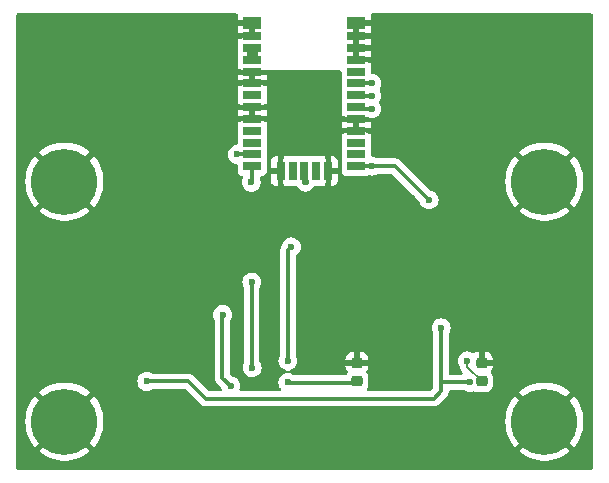
<source format=gbr>
%TF.GenerationSoftware,KiCad,Pcbnew,8.0.4+1*%
%TF.CreationDate,2024-10-18T12:55:20+00:00*%
%TF.ProjectId,TFGPSLITE01,54464750-534c-4495-9445-30312e6b6963,rev?*%
%TF.SameCoordinates,Original*%
%TF.FileFunction,Copper,L1,Top*%
%TF.FilePolarity,Positive*%
%FSLAX46Y46*%
G04 Gerber Fmt 4.6, Leading zero omitted, Abs format (unit mm)*
G04 Created by KiCad (PCBNEW 8.0.4+1) date 2024-10-18 12:55:20*
%MOMM*%
%LPD*%
G01*
G04 APERTURE LIST*
G04 Aperture macros list*
%AMRoundRect*
0 Rectangle with rounded corners*
0 $1 Rounding radius*
0 $2 $3 $4 $5 $6 $7 $8 $9 X,Y pos of 4 corners*
0 Add a 4 corners polygon primitive as box body*
4,1,4,$2,$3,$4,$5,$6,$7,$8,$9,$2,$3,0*
0 Add four circle primitives for the rounded corners*
1,1,$1+$1,$2,$3*
1,1,$1+$1,$4,$5*
1,1,$1+$1,$6,$7*
1,1,$1+$1,$8,$9*
0 Add four rect primitives between the rounded corners*
20,1,$1+$1,$2,$3,$4,$5,0*
20,1,$1+$1,$4,$5,$6,$7,0*
20,1,$1+$1,$6,$7,$8,$9,0*
20,1,$1+$1,$8,$9,$2,$3,0*%
G04 Aperture macros list end*
%TA.AperFunction,ComponentPad*%
%ADD10C,5.600000*%
%TD*%
%TA.AperFunction,SMDPad,CuDef*%
%ADD11RoundRect,0.218750X-0.256250X0.218750X-0.256250X-0.218750X0.256250X-0.218750X0.256250X0.218750X0*%
%TD*%
%TA.AperFunction,SMDPad,CuDef*%
%ADD12R,1.500000X0.700000*%
%TD*%
%TA.AperFunction,SMDPad,CuDef*%
%ADD13R,1.500000X1.000000*%
%TD*%
%TA.AperFunction,SMDPad,CuDef*%
%ADD14R,0.700000X1.500000*%
%TD*%
%TA.AperFunction,ViaPad*%
%ADD15C,0.600000*%
%TD*%
%TA.AperFunction,Conductor*%
%ADD16C,0.300000*%
%TD*%
%TA.AperFunction,Conductor*%
%ADD17C,0.200000*%
%TD*%
%TA.AperFunction,Conductor*%
%ADD18C,0.500000*%
%TD*%
G04 APERTURE END LIST*
D10*
%TO.P,M4,1*%
%TO.N,GND*%
X156340000Y-99840000D03*
%TD*%
D11*
%TO.P,D3,1,K*%
%TO.N,GND*%
X151020000Y-115182500D03*
%TO.P,D3,2,A*%
%TO.N,Net-(D3-A)*%
X151020000Y-116757500D03*
%TD*%
D12*
%TO.P,IC1,1,VCC_IO*%
%TO.N,+3V3*%
X140413500Y-98535000D03*
%TO.P,IC1,2,RESERVED_1*%
%TO.N,unconnected-(IC1-RESERVED_1-Pad2)*%
X140413500Y-97535000D03*
%TO.P,IC1,3,SDA_/_SPI_CS_N*%
%TO.N,Net-(IC1-SDA_{slash}_SPI_CS_N)*%
X140413500Y-96535000D03*
%TO.P,IC1,4,GND_1*%
%TO.N,GND*%
X140413500Y-95535000D03*
%TO.P,IC1,5,GND_2*%
X140413500Y-94535000D03*
%TO.P,IC1,6,SCL_/_SPI_CLK*%
%TO.N,Net-(IC1-SCL_{slash}_SPI_CLK)*%
X140413500Y-93535000D03*
%TO.P,IC1,7,EXTINT*%
%TO.N,/EXTINT*%
X140413500Y-92535000D03*
%TO.P,IC1,8,V_BCKP*%
%TO.N,Net-(D1-K)*%
X140413500Y-91535000D03*
%TO.P,IC1,9,VCC*%
%TO.N,+3V3*%
X140413500Y-90535000D03*
%TO.P,IC1,10,GND_3*%
%TO.N,GND*%
X140413500Y-89535000D03*
%TO.P,IC1,11,GND_4*%
X140413500Y-88535000D03*
%TO.P,IC1,12,GND_5*%
X140413500Y-87535000D03*
D13*
%TO.P,IC1,13,GND_6*%
X140413500Y-86385000D03*
%TO.P,IC1,14,GND_7*%
X131613500Y-86385000D03*
D12*
%TO.P,IC1,15,GND_8*%
X131613500Y-87535000D03*
%TO.P,IC1,16,RF_OUT*%
%TO.N,/RF*%
X131613500Y-88535000D03*
%TO.P,IC1,17,RF_IN*%
X131613500Y-89535000D03*
%TO.P,IC1,18,GND_9*%
%TO.N,GND*%
X131613500Y-90535000D03*
%TO.P,IC1,19,GND_10*%
X131613500Y-91535000D03*
%TO.P,IC1,20,D_SEL*%
%TO.N,unconnected-(IC1-D_SEL-Pad20)*%
X131613500Y-92535000D03*
%TO.P,IC1,21,GND_11*%
%TO.N,GND*%
X131613500Y-93535000D03*
%TO.P,IC1,22,GND_12*%
X131613500Y-94535000D03*
%TO.P,IC1,23,RESET_N*%
%TO.N,unconnected-(IC1-RESET_N-Pad23)*%
X131613500Y-95535000D03*
%TO.P,IC1,24,SAFEBOOT_N*%
%TO.N,unconnected-(IC1-SAFEBOOT_N-Pad24)*%
X131613500Y-96535000D03*
%TO.P,IC1,25,TXD_/_SPI_MISO*%
%TO.N,/L_UBX_TX*%
X131613500Y-97535000D03*
%TO.P,IC1,26,RXD_/_SPI_MOSI*%
%TO.N,/L_UBX_RX*%
X131613500Y-98535000D03*
D14*
%TO.P,IC1,27,GND_13*%
%TO.N,GND*%
X134013500Y-98935000D03*
%TO.P,IC1,28,RESERVED_2*%
%TO.N,unconnected-(IC1-RESERVED_2-Pad28)*%
X135013500Y-98935000D03*
%TO.P,IC1,29,TIMEPULSE*%
%TO.N,/TPL*%
X136013500Y-98935000D03*
%TO.P,IC1,30,LNA_EN*%
%TO.N,unconnected-(IC1-LNA_EN-Pad30)*%
X137013500Y-98935000D03*
%TO.P,IC1,31,GND_14*%
%TO.N,GND*%
X138013500Y-98935000D03*
%TD*%
D10*
%TO.P,M1,1*%
%TO.N,GND*%
X115700000Y-99840000D03*
%TD*%
%TO.P,M3,1*%
%TO.N,GND*%
X115700000Y-120160000D03*
%TD*%
D11*
%TO.P,D2,1,K*%
%TO.N,GND*%
X140460000Y-115182500D03*
%TO.P,D2,2,A*%
%TO.N,Net-(D2-A)*%
X140460000Y-116757500D03*
%TD*%
D10*
%TO.P,M2,1*%
%TO.N,GND*%
X156340000Y-120160000D03*
%TD*%
D15*
%TO.N,+3V3*%
X150045001Y-116837500D03*
X140413500Y-90535000D03*
X147592500Y-112230000D03*
X146565000Y-101395000D03*
X122677500Y-116760000D03*
X141750000Y-98535000D03*
%TO.N,GND*%
X127090000Y-86220000D03*
X151090000Y-89220000D03*
X115090000Y-110220000D03*
X154090000Y-95220000D03*
X121090000Y-113220000D03*
X139090000Y-113220000D03*
X112090000Y-110220000D03*
X148090000Y-92220000D03*
X121090000Y-122220000D03*
X127090000Y-95220000D03*
X139090000Y-104220000D03*
X154090000Y-107220000D03*
X121090000Y-95220000D03*
X145090000Y-86220000D03*
X112090000Y-101220000D03*
X145090000Y-92220000D03*
X127090000Y-104220000D03*
X130090000Y-122220000D03*
X151090000Y-98220000D03*
X124090000Y-92220000D03*
X127090000Y-89220000D03*
X121090000Y-104220000D03*
X136090000Y-119220000D03*
X157090000Y-92220000D03*
X148090000Y-86220000D03*
X145090000Y-89220000D03*
X148090000Y-101220000D03*
X142090000Y-110220000D03*
X112090000Y-116220000D03*
X112090000Y-107220000D03*
X148090000Y-95220000D03*
X145090000Y-116220000D03*
X124090000Y-104220000D03*
X136090000Y-122220000D03*
X154090000Y-113220000D03*
X118090000Y-86220000D03*
X136090000Y-101220000D03*
X154090000Y-116220000D03*
X160090000Y-110220000D03*
X136090000Y-107220000D03*
X127090000Y-101220000D03*
X145090000Y-104220000D03*
X148090000Y-110220000D03*
X142090000Y-104220000D03*
X151090000Y-86220000D03*
X148090000Y-104220000D03*
X139090000Y-110220000D03*
X157090000Y-113220000D03*
X160090000Y-86220000D03*
X127090000Y-122220000D03*
X118090000Y-113220000D03*
X124090000Y-113220000D03*
X136090000Y-104220000D03*
X118090000Y-95220000D03*
X124090000Y-95220000D03*
X157090000Y-86220000D03*
X129760000Y-89210000D03*
X121090000Y-92220000D03*
X160090000Y-89220000D03*
X133090000Y-107220000D03*
X124090000Y-110220000D03*
X112090000Y-104220000D03*
X139090000Y-122630000D03*
X121090000Y-107220000D03*
X124090000Y-89220000D03*
X121090000Y-98220000D03*
X136090000Y-110220000D03*
X151090000Y-113220000D03*
X115090000Y-92220000D03*
X148090000Y-107220000D03*
X118090000Y-89220000D03*
X151090000Y-104220000D03*
X160090000Y-113220000D03*
X118090000Y-92220000D03*
X145090000Y-95220000D03*
X151090000Y-107220000D03*
X130090000Y-110220000D03*
X127090000Y-92220000D03*
X118090000Y-116220000D03*
X112090000Y-89220000D03*
X157090000Y-110220000D03*
X121090000Y-89220000D03*
X139090000Y-107220000D03*
X142090000Y-86220000D03*
X157090000Y-107220000D03*
X157090000Y-104220000D03*
X121090000Y-86220000D03*
X124090000Y-101220000D03*
X115090000Y-89220000D03*
X133090000Y-101220000D03*
X127090000Y-113220000D03*
X148090000Y-89220000D03*
X115090000Y-116220000D03*
X154090000Y-110220000D03*
X160090000Y-116220000D03*
X133090000Y-104220000D03*
X160090000Y-101220000D03*
X136090000Y-113220000D03*
X133090000Y-110220000D03*
X127090000Y-107220000D03*
X151090000Y-101220000D03*
X154090000Y-92220000D03*
X124090000Y-86220000D03*
X112090000Y-95220000D03*
X154090000Y-89220000D03*
X112090000Y-98220000D03*
X115090000Y-107220000D03*
X121090000Y-101220000D03*
X129760000Y-86210000D03*
X118090000Y-107220000D03*
X151090000Y-110220000D03*
X151090000Y-92220000D03*
X118090000Y-104220000D03*
X157090000Y-95220000D03*
X129760000Y-95210000D03*
X112090000Y-92220000D03*
X145090000Y-119220000D03*
X130090000Y-113220000D03*
X148090000Y-98220000D03*
X127090000Y-110220000D03*
X121090000Y-116220000D03*
X160090000Y-95220000D03*
X154090000Y-104220000D03*
X112090000Y-113220000D03*
X124090000Y-122220000D03*
X115090000Y-86220000D03*
X124090000Y-107220000D03*
X121090000Y-110220000D03*
X133090000Y-122220000D03*
X160090000Y-92220000D03*
X115090000Y-95220000D03*
X154090000Y-86220000D03*
X127090000Y-98220000D03*
X145090000Y-107220000D03*
X121090000Y-119220000D03*
X124090000Y-98220000D03*
X124090000Y-119220000D03*
X145090000Y-122220000D03*
X145090000Y-110220000D03*
X160090000Y-98220000D03*
X139090000Y-101220000D03*
X151090000Y-95220000D03*
X115090000Y-113220000D03*
X130090000Y-107220000D03*
X157090000Y-89220000D03*
X118090000Y-110220000D03*
X160090000Y-107220000D03*
X130090000Y-104220000D03*
X145090000Y-98220000D03*
X129760000Y-92210000D03*
X145090000Y-101220000D03*
X142090000Y-122620000D03*
X112090000Y-86220000D03*
X142090000Y-107220000D03*
X160090000Y-104220000D03*
X157090000Y-116220000D03*
X115090000Y-104220000D03*
%TO.N,Net-(D1-K)*%
X141720000Y-91535000D03*
%TO.N,Net-(D2-A)*%
X134620000Y-116852500D03*
%TO.N,Net-(D3-A)*%
X149800000Y-115030000D03*
%TO.N,/L_UBX_TX*%
X130350000Y-97550000D03*
%TO.N,/L_UBX_RX*%
X131510000Y-99907500D03*
%TO.N,/TPL*%
X134910000Y-105380000D03*
X136110000Y-99880000D03*
X134620000Y-115027500D03*
%TO.N,/EXTINT*%
X141720000Y-92580000D03*
%TO.N,/TX*%
X129765000Y-117135000D03*
X129090000Y-111120000D03*
%TO.N,/RX*%
X131590000Y-115590000D03*
X131560000Y-108350000D03*
%TO.N,Net-(IC1-SCL_{slash}_SPI_CLK)*%
X141720000Y-93690000D03*
%TO.N,Net-(IC1-SDA_{slash}_SPI_CS_N)*%
X140413500Y-96535000D03*
%TD*%
D16*
%TO.N,+3V3*%
X150045001Y-116837500D02*
X147660000Y-116837500D01*
X147592500Y-117587500D02*
X147590000Y-117590000D01*
X147592500Y-116770000D02*
X147592500Y-117587500D01*
X146960000Y-118220000D02*
X147590000Y-117590000D01*
X141765000Y-98520000D02*
X141750000Y-98535000D01*
X147592500Y-112230000D02*
X147592500Y-116770000D01*
X126200000Y-116760000D02*
X127660000Y-118220000D01*
X146565000Y-101395000D02*
X143705000Y-98535000D01*
X147660000Y-116837500D02*
X147592500Y-116770000D01*
X141750000Y-98535000D02*
X140413500Y-98535000D01*
X143705000Y-98535000D02*
X141750000Y-98535000D01*
X127660000Y-118220000D02*
X146960000Y-118220000D01*
X122677500Y-116760000D02*
X126200000Y-116760000D01*
%TO.N,Net-(D1-K)*%
X141720000Y-91535000D02*
X140413500Y-91535000D01*
%TO.N,Net-(D2-A)*%
X134637500Y-116870000D02*
X134620000Y-116852500D01*
X140460000Y-116757500D02*
X140347500Y-116870000D01*
X140347500Y-116870000D02*
X134637500Y-116870000D01*
D17*
%TO.N,Net-(D3-A)*%
X149800000Y-115030000D02*
X149800000Y-115537500D01*
X149800000Y-115537500D02*
X151020000Y-116757500D01*
D18*
%TO.N,/RF*%
X131380000Y-89560000D02*
X131380000Y-88560000D01*
X131870000Y-89530000D02*
X131870000Y-88530000D01*
D16*
%TO.N,/L_UBX_TX*%
X130350000Y-97550000D02*
X130650000Y-97550000D01*
X130650000Y-97550000D02*
X130665000Y-97535000D01*
X130665000Y-97535000D02*
X131613500Y-97535000D01*
%TO.N,/L_UBX_RX*%
X131613500Y-99804000D02*
X131510000Y-99907500D01*
X131613500Y-98535000D02*
X131613500Y-99804000D01*
%TO.N,/TPL*%
X134910000Y-105380000D02*
X134620000Y-105670000D01*
X134620000Y-105670000D02*
X134620000Y-115027500D01*
X136013500Y-99936500D02*
X136053500Y-99936500D01*
X136053500Y-99936500D02*
X136110000Y-99880000D01*
X136013500Y-98935000D02*
X136013500Y-99936500D01*
%TO.N,/EXTINT*%
X141720000Y-92580000D02*
X140458500Y-92580000D01*
X140458500Y-92580000D02*
X140413500Y-92535000D01*
%TO.N,/TX*%
X129090000Y-111120000D02*
X129070000Y-111140000D01*
X129070000Y-111140000D02*
X129070000Y-116440000D01*
X129070000Y-116440000D02*
X129765000Y-117135000D01*
%TO.N,/RX*%
X131590000Y-115590000D02*
X131560000Y-115560000D01*
X131560000Y-115560000D02*
X131560000Y-108350000D01*
%TO.N,Net-(IC1-SCL_{slash}_SPI_CLK)*%
X140568500Y-93690000D02*
X141720000Y-93690000D01*
X140413500Y-93535000D02*
X140568500Y-93690000D01*
%TD*%
%TA.AperFunction,Conductor*%
%TO.N,GND*%
G36*
X130324411Y-85620185D02*
G01*
X130370166Y-85672989D01*
X130380110Y-85742147D01*
X130373553Y-85767835D01*
X130369903Y-85777619D01*
X130369901Y-85777627D01*
X130363500Y-85837155D01*
X130363500Y-86135000D01*
X131739500Y-86135000D01*
X131806539Y-86154685D01*
X131852294Y-86207489D01*
X131863500Y-86259000D01*
X131863500Y-87560500D01*
X131843815Y-87627539D01*
X131791011Y-87673294D01*
X131739500Y-87684500D01*
X130815629Y-87684500D01*
X130815623Y-87684501D01*
X130756016Y-87690908D01*
X130621171Y-87741202D01*
X130621168Y-87741204D01*
X130595704Y-87760267D01*
X130530239Y-87784684D01*
X130521393Y-87785000D01*
X130363500Y-87785000D01*
X130363500Y-87932844D01*
X130369901Y-87992372D01*
X130371687Y-87999930D01*
X130370042Y-88000318D01*
X130374351Y-88060656D01*
X130369443Y-88077371D01*
X130369408Y-88077520D01*
X130363001Y-88137116D01*
X130363000Y-88137135D01*
X130363000Y-88932870D01*
X130363001Y-88932876D01*
X130369408Y-88992479D01*
X130371192Y-89000026D01*
X130369729Y-89000371D01*
X130374085Y-89061371D01*
X130369673Y-89076396D01*
X130369408Y-89077517D01*
X130363001Y-89137116D01*
X130363000Y-89137135D01*
X130363000Y-89932870D01*
X130363001Y-89932876D01*
X130369409Y-89992487D01*
X130371192Y-90000031D01*
X130369938Y-90000327D01*
X130374356Y-90062069D01*
X130370364Y-90075664D01*
X130369901Y-90077624D01*
X130363500Y-90137155D01*
X130363500Y-90285000D01*
X130521393Y-90285000D01*
X130588432Y-90304685D01*
X130595704Y-90309733D01*
X130621168Y-90328795D01*
X130621171Y-90328797D01*
X130756017Y-90379091D01*
X130756016Y-90379091D01*
X130762944Y-90379835D01*
X130815627Y-90385500D01*
X132312637Y-90385499D01*
X132379676Y-90405184D01*
X132400318Y-90421818D01*
X132413500Y-90435000D01*
X139039000Y-90435000D01*
X139106039Y-90454685D01*
X139151794Y-90507489D01*
X139163000Y-90559000D01*
X139163000Y-90932869D01*
X139163001Y-90932876D01*
X139169408Y-90992479D01*
X139171192Y-91000026D01*
X139169729Y-91000371D01*
X139174085Y-91061371D01*
X139169673Y-91076396D01*
X139169408Y-91077517D01*
X139163001Y-91137116D01*
X139163000Y-91137135D01*
X139163000Y-91932870D01*
X139163001Y-91932876D01*
X139169408Y-91992479D01*
X139171192Y-92000026D01*
X139169729Y-92000371D01*
X139174085Y-92061371D01*
X139169673Y-92076396D01*
X139169408Y-92077517D01*
X139164468Y-92123473D01*
X139163001Y-92137123D01*
X139163000Y-92137135D01*
X139163000Y-92932870D01*
X139163001Y-92932876D01*
X139169408Y-92992479D01*
X139171192Y-93000026D01*
X139169729Y-93000371D01*
X139174085Y-93061371D01*
X139169673Y-93076396D01*
X139169408Y-93077517D01*
X139163001Y-93137116D01*
X139163000Y-93137135D01*
X139163000Y-93932870D01*
X139163001Y-93932876D01*
X139169409Y-93992487D01*
X139171192Y-94000031D01*
X139169938Y-94000327D01*
X139174356Y-94062069D01*
X139170364Y-94075664D01*
X139169901Y-94077624D01*
X139163500Y-94137155D01*
X139163500Y-94285000D01*
X139321393Y-94285000D01*
X139388432Y-94304685D01*
X139395704Y-94309733D01*
X139421168Y-94328795D01*
X139421171Y-94328797D01*
X139556017Y-94379091D01*
X139556016Y-94379091D01*
X139562944Y-94379835D01*
X139615627Y-94385500D01*
X141211372Y-94385499D01*
X141263280Y-94379919D01*
X141332039Y-94392324D01*
X141342507Y-94398214D01*
X141370476Y-94415788D01*
X141370478Y-94415789D01*
X141540745Y-94475368D01*
X141540750Y-94475369D01*
X141719996Y-94495565D01*
X141720000Y-94495565D01*
X141720004Y-94495565D01*
X141899249Y-94475369D01*
X141899252Y-94475368D01*
X141899255Y-94475368D01*
X142069522Y-94415789D01*
X142222262Y-94319816D01*
X142349816Y-94192262D01*
X142445789Y-94039522D01*
X142505368Y-93869255D01*
X142505369Y-93869249D01*
X142525565Y-93690003D01*
X142525565Y-93689996D01*
X142505369Y-93510750D01*
X142505368Y-93510745D01*
X142445789Y-93340478D01*
X142358130Y-93200970D01*
X142339131Y-93133736D01*
X142358131Y-93069028D01*
X142362504Y-93062069D01*
X142445789Y-92929522D01*
X142505368Y-92759255D01*
X142525565Y-92580000D01*
X142505368Y-92400745D01*
X142445789Y-92230478D01*
X142445788Y-92230475D01*
X142378553Y-92123473D01*
X142359552Y-92056236D01*
X142378553Y-91991527D01*
X142445788Y-91884524D01*
X142480613Y-91785000D01*
X142505368Y-91714255D01*
X142505369Y-91714249D01*
X142525565Y-91535003D01*
X142525565Y-91534996D01*
X142505369Y-91355750D01*
X142505368Y-91355745D01*
X142445788Y-91185476D01*
X142378020Y-91077624D01*
X142349816Y-91032738D01*
X142222262Y-90905184D01*
X142069523Y-90809211D01*
X141899254Y-90749631D01*
X141899250Y-90749630D01*
X141774115Y-90735531D01*
X141709701Y-90708464D01*
X141670146Y-90650869D01*
X141663999Y-90612311D01*
X141663999Y-90137129D01*
X141663998Y-90137123D01*
X141662945Y-90127331D01*
X141657591Y-90077517D01*
X141657591Y-90077516D01*
X141655807Y-90069966D01*
X141657059Y-90069669D01*
X141652645Y-90007924D01*
X141656632Y-89994346D01*
X141657098Y-89992375D01*
X141663499Y-89932844D01*
X141663500Y-89932827D01*
X141663500Y-89785000D01*
X141505607Y-89785000D01*
X141438568Y-89765315D01*
X141431296Y-89760267D01*
X141405831Y-89741204D01*
X141405828Y-89741202D01*
X141270982Y-89690908D01*
X141270983Y-89690908D01*
X141211383Y-89684501D01*
X141211381Y-89684500D01*
X141211373Y-89684500D01*
X141211365Y-89684500D01*
X140287500Y-89684500D01*
X140220461Y-89664815D01*
X140174706Y-89612011D01*
X140163500Y-89560500D01*
X140163500Y-89285000D01*
X140663500Y-89285000D01*
X141663500Y-89285000D01*
X141663500Y-89137172D01*
X141663499Y-89137155D01*
X141657097Y-89077622D01*
X141655313Y-89070067D01*
X141656750Y-89069727D01*
X141652374Y-89008658D01*
X141656864Y-88993366D01*
X141657097Y-88992377D01*
X141663499Y-88932844D01*
X141663500Y-88932827D01*
X141663500Y-88785000D01*
X140663500Y-88785000D01*
X140663500Y-89285000D01*
X140163500Y-89285000D01*
X140163500Y-88285000D01*
X140663500Y-88285000D01*
X141663500Y-88285000D01*
X141663500Y-88137172D01*
X141663499Y-88137155D01*
X141657097Y-88077622D01*
X141655313Y-88070067D01*
X141656750Y-88069727D01*
X141652374Y-88008658D01*
X141656864Y-87993366D01*
X141657097Y-87992377D01*
X141663499Y-87932844D01*
X141663500Y-87932827D01*
X141663500Y-87785000D01*
X140663500Y-87785000D01*
X140663500Y-88285000D01*
X140163500Y-88285000D01*
X140163500Y-87285000D01*
X140663500Y-87285000D01*
X141663500Y-87285000D01*
X141663500Y-87137172D01*
X141663499Y-87137155D01*
X141657097Y-87077622D01*
X141655313Y-87070067D01*
X141656750Y-87069727D01*
X141652374Y-87008658D01*
X141656864Y-86993366D01*
X141657097Y-86992377D01*
X141663499Y-86932844D01*
X141663500Y-86932827D01*
X141663500Y-86635000D01*
X140663500Y-86635000D01*
X140663500Y-87285000D01*
X140163500Y-87285000D01*
X140163500Y-86259000D01*
X140183185Y-86191961D01*
X140235989Y-86146206D01*
X140287500Y-86135000D01*
X141663500Y-86135000D01*
X141663500Y-85837172D01*
X141663499Y-85837155D01*
X141657098Y-85777627D01*
X141657096Y-85777619D01*
X141653447Y-85767835D01*
X141648461Y-85698144D01*
X141681945Y-85636820D01*
X141743268Y-85603334D01*
X141769628Y-85600500D01*
X160295500Y-85600500D01*
X160362539Y-85620185D01*
X160408294Y-85672989D01*
X160419500Y-85724500D01*
X160419500Y-124115500D01*
X160399815Y-124182539D01*
X160347011Y-124228294D01*
X160295500Y-124239500D01*
X111744500Y-124239500D01*
X111677461Y-124219815D01*
X111631706Y-124167011D01*
X111620500Y-124115500D01*
X111620500Y-120159997D01*
X112395153Y-120159997D01*
X112395153Y-120160002D01*
X112414526Y-120517314D01*
X112414527Y-120517331D01*
X112472415Y-120870431D01*
X112472421Y-120870457D01*
X112568147Y-121215232D01*
X112568149Y-121215239D01*
X112700597Y-121547659D01*
X112700606Y-121547677D01*
X112868218Y-121863827D01*
X113069024Y-122159994D01*
X113069035Y-122160008D01*
X113196441Y-122310002D01*
X113196442Y-122310002D01*
X114405747Y-121100697D01*
X114479588Y-121202330D01*
X114657670Y-121380412D01*
X114759300Y-121454251D01*
X113547257Y-122666294D01*
X113560495Y-122678836D01*
X113845367Y-122895388D01*
X113845370Y-122895390D01*
X114151990Y-123079876D01*
X114476739Y-123230122D01*
X114476744Y-123230123D01*
X114815855Y-123344383D01*
X115165339Y-123421311D01*
X115521075Y-123459999D01*
X115521085Y-123460000D01*
X115878915Y-123460000D01*
X115878924Y-123459999D01*
X116234660Y-123421311D01*
X116584144Y-123344383D01*
X116923255Y-123230123D01*
X116923260Y-123230122D01*
X117248009Y-123079876D01*
X117554629Y-122895390D01*
X117554632Y-122895388D01*
X117839509Y-122678831D01*
X117852742Y-122666295D01*
X117852742Y-122666294D01*
X116640699Y-121454251D01*
X116742330Y-121380412D01*
X116920412Y-121202330D01*
X116994251Y-121100698D01*
X118203556Y-122310002D01*
X118330972Y-122159998D01*
X118330975Y-122159994D01*
X118531781Y-121863827D01*
X118699393Y-121547677D01*
X118699402Y-121547659D01*
X118831850Y-121215239D01*
X118831852Y-121215232D01*
X118927578Y-120870457D01*
X118927584Y-120870431D01*
X118985472Y-120517331D01*
X118985473Y-120517314D01*
X119004847Y-120160002D01*
X119004847Y-120159997D01*
X153035153Y-120159997D01*
X153035153Y-120160002D01*
X153054526Y-120517314D01*
X153054527Y-120517331D01*
X153112415Y-120870431D01*
X153112421Y-120870457D01*
X153208147Y-121215232D01*
X153208149Y-121215239D01*
X153340597Y-121547659D01*
X153340606Y-121547677D01*
X153508218Y-121863827D01*
X153709024Y-122159994D01*
X153709035Y-122160008D01*
X153836441Y-122310002D01*
X153836442Y-122310002D01*
X155045747Y-121100697D01*
X155119588Y-121202330D01*
X155297670Y-121380412D01*
X155399300Y-121454251D01*
X154187257Y-122666294D01*
X154200495Y-122678836D01*
X154485367Y-122895388D01*
X154485370Y-122895390D01*
X154791990Y-123079876D01*
X155116739Y-123230122D01*
X155116744Y-123230123D01*
X155455855Y-123344383D01*
X155805339Y-123421311D01*
X156161075Y-123459999D01*
X156161085Y-123460000D01*
X156518915Y-123460000D01*
X156518924Y-123459999D01*
X156874660Y-123421311D01*
X157224144Y-123344383D01*
X157563255Y-123230123D01*
X157563260Y-123230122D01*
X157888009Y-123079876D01*
X158194629Y-122895390D01*
X158194632Y-122895388D01*
X158479509Y-122678831D01*
X158492742Y-122666295D01*
X158492742Y-122666294D01*
X157280699Y-121454251D01*
X157382330Y-121380412D01*
X157560412Y-121202330D01*
X157634251Y-121100698D01*
X158843556Y-122310002D01*
X158970972Y-122159998D01*
X158970975Y-122159994D01*
X159171781Y-121863827D01*
X159339393Y-121547677D01*
X159339402Y-121547659D01*
X159471850Y-121215239D01*
X159471852Y-121215232D01*
X159567578Y-120870457D01*
X159567584Y-120870431D01*
X159625472Y-120517331D01*
X159625473Y-120517314D01*
X159644847Y-120160002D01*
X159644847Y-120159997D01*
X159625473Y-119802685D01*
X159625472Y-119802668D01*
X159567584Y-119449568D01*
X159567578Y-119449542D01*
X159471852Y-119104767D01*
X159471850Y-119104760D01*
X159339402Y-118772340D01*
X159339393Y-118772322D01*
X159171781Y-118456172D01*
X158970975Y-118160005D01*
X158970964Y-118159991D01*
X158843556Y-118009996D01*
X157634251Y-119219300D01*
X157560412Y-119117670D01*
X157382330Y-118939588D01*
X157280698Y-118865748D01*
X158492742Y-117653704D01*
X158479504Y-117641163D01*
X158194632Y-117424611D01*
X158194629Y-117424609D01*
X157888009Y-117240123D01*
X157563260Y-117089877D01*
X157563255Y-117089876D01*
X157224144Y-116975616D01*
X156874660Y-116898688D01*
X156518924Y-116860000D01*
X156161075Y-116860000D01*
X155805339Y-116898688D01*
X155455855Y-116975616D01*
X155116744Y-117089876D01*
X155116739Y-117089877D01*
X154791990Y-117240123D01*
X154485370Y-117424609D01*
X154485367Y-117424611D01*
X154200486Y-117641170D01*
X154200485Y-117641171D01*
X154187257Y-117653702D01*
X154187256Y-117653703D01*
X155399301Y-118865748D01*
X155297670Y-118939588D01*
X155119588Y-119117670D01*
X155045748Y-119219301D01*
X153836442Y-118009995D01*
X153836441Y-118009996D01*
X153709033Y-118159992D01*
X153508218Y-118456172D01*
X153340606Y-118772322D01*
X153340597Y-118772340D01*
X153208149Y-119104760D01*
X153208147Y-119104767D01*
X153112421Y-119449542D01*
X153112415Y-119449568D01*
X153054527Y-119802668D01*
X153054526Y-119802685D01*
X153035153Y-120159997D01*
X119004847Y-120159997D01*
X118985473Y-119802685D01*
X118985472Y-119802668D01*
X118927584Y-119449568D01*
X118927578Y-119449542D01*
X118831852Y-119104767D01*
X118831850Y-119104760D01*
X118699402Y-118772340D01*
X118699393Y-118772322D01*
X118531781Y-118456172D01*
X118330975Y-118160005D01*
X118330964Y-118159991D01*
X118203556Y-118009996D01*
X116994251Y-119219300D01*
X116920412Y-119117670D01*
X116742330Y-118939588D01*
X116640698Y-118865748D01*
X117852742Y-117653704D01*
X117839504Y-117641163D01*
X117554632Y-117424611D01*
X117554629Y-117424609D01*
X117248009Y-117240123D01*
X116923260Y-117089877D01*
X116923255Y-117089876D01*
X116584144Y-116975616D01*
X116234660Y-116898688D01*
X115878924Y-116860000D01*
X115521075Y-116860000D01*
X115165339Y-116898688D01*
X114815855Y-116975616D01*
X114476744Y-117089876D01*
X114476739Y-117089877D01*
X114151990Y-117240123D01*
X113845370Y-117424609D01*
X113845367Y-117424611D01*
X113560486Y-117641170D01*
X113560485Y-117641171D01*
X113547257Y-117653702D01*
X113547256Y-117653703D01*
X114759301Y-118865748D01*
X114657670Y-118939588D01*
X114479588Y-119117670D01*
X114405748Y-119219301D01*
X113196442Y-118009995D01*
X113196441Y-118009996D01*
X113069033Y-118159992D01*
X112868218Y-118456172D01*
X112700606Y-118772322D01*
X112700597Y-118772340D01*
X112568149Y-119104760D01*
X112568147Y-119104767D01*
X112472421Y-119449542D01*
X112472415Y-119449568D01*
X112414527Y-119802668D01*
X112414526Y-119802685D01*
X112395153Y-120159997D01*
X111620500Y-120159997D01*
X111620500Y-116759996D01*
X121871935Y-116759996D01*
X121871935Y-116760003D01*
X121892130Y-116939249D01*
X121892131Y-116939254D01*
X121951711Y-117109523D01*
X122033773Y-117240123D01*
X122047684Y-117262262D01*
X122175238Y-117389816D01*
X122238404Y-117429506D01*
X122325961Y-117484522D01*
X122327978Y-117485789D01*
X122463417Y-117533181D01*
X122498245Y-117545368D01*
X122498250Y-117545369D01*
X122677496Y-117565565D01*
X122677500Y-117565565D01*
X122677504Y-117565565D01*
X122856749Y-117545369D01*
X122856751Y-117545368D01*
X122856755Y-117545368D01*
X122856758Y-117545366D01*
X122856762Y-117545366D01*
X122994951Y-117497011D01*
X123027022Y-117485789D01*
X123116596Y-117429505D01*
X123182568Y-117410500D01*
X125879192Y-117410500D01*
X125946231Y-117430185D01*
X125966873Y-117446819D01*
X127245325Y-118725272D01*
X127245326Y-118725273D01*
X127245329Y-118725275D01*
X127245331Y-118725277D01*
X127351873Y-118796465D01*
X127470256Y-118845501D01*
X127470260Y-118845501D01*
X127470261Y-118845502D01*
X127595928Y-118870500D01*
X127595931Y-118870500D01*
X147024071Y-118870500D01*
X147108615Y-118853682D01*
X147149744Y-118845501D01*
X147268127Y-118796465D01*
X147374669Y-118725277D01*
X148095277Y-118004669D01*
X148097777Y-118002169D01*
X148168966Y-117895626D01*
X148214581Y-117785500D01*
X148218001Y-117777244D01*
X148236263Y-117685436D01*
X148243000Y-117651571D01*
X148243000Y-117612000D01*
X148262685Y-117544961D01*
X148315489Y-117499206D01*
X148367000Y-117488000D01*
X149539933Y-117488000D01*
X149605905Y-117507006D01*
X149695478Y-117563289D01*
X149695482Y-117563290D01*
X149865738Y-117622866D01*
X149865744Y-117622867D01*
X149865746Y-117622868D01*
X149865747Y-117622868D01*
X149865751Y-117622869D01*
X150044997Y-117643065D01*
X150045001Y-117643065D01*
X150045005Y-117643065D01*
X150224250Y-117622869D01*
X150224251Y-117622868D01*
X150224256Y-117622868D01*
X150307432Y-117593762D01*
X150377206Y-117590200D01*
X150413477Y-117605264D01*
X150457713Y-117632549D01*
X150617315Y-117685436D01*
X150715826Y-117695500D01*
X150715831Y-117695500D01*
X151324169Y-117695500D01*
X151324174Y-117695500D01*
X151422685Y-117685436D01*
X151582287Y-117632549D01*
X151725391Y-117544281D01*
X151844281Y-117425391D01*
X151932549Y-117282287D01*
X151985436Y-117122685D01*
X151995500Y-117024174D01*
X151995500Y-116490826D01*
X151985436Y-116392315D01*
X151932549Y-116232713D01*
X151932545Y-116232707D01*
X151932544Y-116232704D01*
X151844283Y-116089612D01*
X151844280Y-116089608D01*
X151812000Y-116057328D01*
X151778515Y-115996005D01*
X151783499Y-115926313D01*
X151812000Y-115881966D01*
X151843885Y-115850080D01*
X151932091Y-115707077D01*
X151932093Y-115707072D01*
X151984942Y-115547583D01*
X151994999Y-115449150D01*
X151995000Y-115449137D01*
X151995000Y-115432500D01*
X150894000Y-115432500D01*
X150826961Y-115412815D01*
X150781206Y-115360011D01*
X150770000Y-115308500D01*
X150770000Y-114932500D01*
X151270000Y-114932500D01*
X151994999Y-114932500D01*
X151994999Y-114915864D01*
X151994998Y-114915847D01*
X151984943Y-114817416D01*
X151932093Y-114657927D01*
X151932091Y-114657922D01*
X151843885Y-114514919D01*
X151725080Y-114396114D01*
X151582077Y-114307908D01*
X151582072Y-114307906D01*
X151422583Y-114255057D01*
X151324150Y-114245000D01*
X151270000Y-114245000D01*
X151270000Y-114932500D01*
X150770000Y-114932500D01*
X150770000Y-114245000D01*
X150769999Y-114244999D01*
X150715864Y-114245000D01*
X150715847Y-114245001D01*
X150617415Y-114255057D01*
X150457927Y-114307906D01*
X150457918Y-114307910D01*
X150370966Y-114361543D01*
X150303574Y-114379983D01*
X150239898Y-114360998D01*
X150149523Y-114304211D01*
X149979254Y-114244631D01*
X149979249Y-114244630D01*
X149800004Y-114224435D01*
X149799996Y-114224435D01*
X149620750Y-114244630D01*
X149620745Y-114244631D01*
X149450476Y-114304211D01*
X149297737Y-114400184D01*
X149170184Y-114527737D01*
X149074211Y-114680476D01*
X149014631Y-114850745D01*
X149014630Y-114850750D01*
X148994435Y-115029996D01*
X148994435Y-115030003D01*
X149014630Y-115209249D01*
X149014631Y-115209254D01*
X149074211Y-115379523D01*
X149170182Y-115532259D01*
X149172441Y-115535091D01*
X149173330Y-115537268D01*
X149173889Y-115538158D01*
X149173733Y-115538255D01*
X149198854Y-115599776D01*
X149199499Y-115612410D01*
X149199499Y-115616554D01*
X149199498Y-115616554D01*
X149240423Y-115769287D01*
X149240424Y-115769288D01*
X149246459Y-115779740D01*
X149246461Y-115779743D01*
X149319477Y-115906212D01*
X149319481Y-115906217D01*
X149388583Y-115975319D01*
X149422068Y-116036642D01*
X149417084Y-116106334D01*
X149375212Y-116162267D01*
X149309748Y-116186684D01*
X149300902Y-116187000D01*
X148367000Y-116187000D01*
X148299961Y-116167315D01*
X148254206Y-116114511D01*
X148243000Y-116063000D01*
X148243000Y-112735067D01*
X148262007Y-112669094D01*
X148318288Y-112579524D01*
X148377868Y-112409254D01*
X148377869Y-112409249D01*
X148398065Y-112230003D01*
X148398065Y-112229996D01*
X148377869Y-112050750D01*
X148377868Y-112050745D01*
X148318288Y-111880476D01*
X148222315Y-111727737D01*
X148094762Y-111600184D01*
X147942023Y-111504211D01*
X147771754Y-111444631D01*
X147771749Y-111444630D01*
X147592504Y-111424435D01*
X147592496Y-111424435D01*
X147413250Y-111444630D01*
X147413245Y-111444631D01*
X147242976Y-111504211D01*
X147090237Y-111600184D01*
X146962684Y-111727737D01*
X146866711Y-111880476D01*
X146807131Y-112050745D01*
X146807130Y-112050750D01*
X146786935Y-112229996D01*
X146786935Y-112230003D01*
X146807130Y-112409249D01*
X146807131Y-112409254D01*
X146866711Y-112579524D01*
X146922993Y-112669094D01*
X146942000Y-112735067D01*
X146942000Y-117266692D01*
X146922315Y-117333731D01*
X146905681Y-117354373D01*
X146726873Y-117533181D01*
X146665550Y-117566666D01*
X146639192Y-117569500D01*
X141417569Y-117569500D01*
X141350530Y-117549815D01*
X141304775Y-117497011D01*
X141294831Y-117427853D01*
X141312030Y-117380403D01*
X141325960Y-117357819D01*
X141372549Y-117282287D01*
X141425436Y-117122685D01*
X141435500Y-117024174D01*
X141435500Y-116490826D01*
X141425436Y-116392315D01*
X141372549Y-116232713D01*
X141372545Y-116232707D01*
X141372544Y-116232704D01*
X141284283Y-116089612D01*
X141284280Y-116089608D01*
X141252000Y-116057328D01*
X141218515Y-115996005D01*
X141223499Y-115926313D01*
X141252000Y-115881966D01*
X141283885Y-115850080D01*
X141372091Y-115707077D01*
X141372093Y-115707072D01*
X141424942Y-115547583D01*
X141434999Y-115449150D01*
X141435000Y-115449137D01*
X141435000Y-115432500D01*
X139485001Y-115432500D01*
X139485001Y-115449152D01*
X139495056Y-115547583D01*
X139547906Y-115707072D01*
X139547908Y-115707077D01*
X139636114Y-115850080D01*
X139668000Y-115881967D01*
X139701485Y-115943291D01*
X139696499Y-116012982D01*
X139668000Y-116057327D01*
X139635720Y-116089607D01*
X139627880Y-116102316D01*
X139591931Y-116160599D01*
X139539986Y-116207321D01*
X139486395Y-116219500D01*
X135152919Y-116219500D01*
X135086947Y-116200494D01*
X134969523Y-116126711D01*
X134799254Y-116067131D01*
X134799249Y-116067130D01*
X134764540Y-116063220D01*
X134700126Y-116036154D01*
X134660571Y-115978559D01*
X134658433Y-115908722D01*
X134694391Y-115848816D01*
X134757029Y-115817860D01*
X134764540Y-115816780D01*
X134799249Y-115812869D01*
X134799252Y-115812868D01*
X134799255Y-115812868D01*
X134969522Y-115753289D01*
X135122262Y-115657316D01*
X135249816Y-115529762D01*
X135345789Y-115377022D01*
X135405368Y-115206755D01*
X135405369Y-115206749D01*
X135425565Y-115027503D01*
X135425565Y-115027496D01*
X135412986Y-114915849D01*
X139485000Y-114915849D01*
X139485000Y-114932500D01*
X140210000Y-114932500D01*
X140710000Y-114932500D01*
X141434999Y-114932500D01*
X141434999Y-114915864D01*
X141434998Y-114915847D01*
X141424943Y-114817416D01*
X141372093Y-114657927D01*
X141372091Y-114657922D01*
X141283885Y-114514919D01*
X141165080Y-114396114D01*
X141022077Y-114307908D01*
X141022072Y-114307906D01*
X140862583Y-114255057D01*
X140764150Y-114245000D01*
X140710000Y-114245000D01*
X140710000Y-114932500D01*
X140210000Y-114932500D01*
X140210000Y-114245000D01*
X140209999Y-114244999D01*
X140155864Y-114245000D01*
X140155847Y-114245001D01*
X140057415Y-114255057D01*
X139897927Y-114307906D01*
X139897922Y-114307908D01*
X139754919Y-114396114D01*
X139636114Y-114514919D01*
X139547908Y-114657922D01*
X139547906Y-114657927D01*
X139495057Y-114817416D01*
X139485000Y-114915849D01*
X135412986Y-114915849D01*
X135405369Y-114848250D01*
X135405366Y-114848237D01*
X135345790Y-114677981D01*
X135345789Y-114677978D01*
X135324008Y-114643314D01*
X135289506Y-114588403D01*
X135270500Y-114522431D01*
X135270500Y-106167423D01*
X135290185Y-106100384D01*
X135328526Y-106062430D01*
X135412262Y-106009816D01*
X135539816Y-105882262D01*
X135635789Y-105729522D01*
X135695368Y-105559255D01*
X135695369Y-105559249D01*
X135715565Y-105380003D01*
X135715565Y-105379996D01*
X135695369Y-105200750D01*
X135695368Y-105200745D01*
X135635788Y-105030476D01*
X135539815Y-104877737D01*
X135412262Y-104750184D01*
X135259523Y-104654211D01*
X135089254Y-104594631D01*
X135089249Y-104594630D01*
X134910004Y-104574435D01*
X134909996Y-104574435D01*
X134730750Y-104594630D01*
X134730745Y-104594631D01*
X134560476Y-104654211D01*
X134407737Y-104750184D01*
X134280184Y-104877737D01*
X134184210Y-105030478D01*
X134124632Y-105200744D01*
X134124630Y-105200754D01*
X134122616Y-105218624D01*
X134102501Y-105273622D01*
X134074233Y-105315930D01*
X134074232Y-105315931D01*
X134043534Y-105361874D01*
X133994499Y-105480255D01*
X133994497Y-105480261D01*
X133969500Y-105605928D01*
X133969500Y-114522431D01*
X133950494Y-114588403D01*
X133894211Y-114677977D01*
X133894209Y-114677981D01*
X133834633Y-114848237D01*
X133834630Y-114848250D01*
X133814435Y-115027496D01*
X133814435Y-115027503D01*
X133834630Y-115206749D01*
X133834631Y-115206754D01*
X133894211Y-115377023D01*
X133916701Y-115412815D01*
X133990184Y-115529762D01*
X134117738Y-115657316D01*
X134270478Y-115753289D01*
X134440745Y-115812868D01*
X134440749Y-115812869D01*
X134475460Y-115816780D01*
X134539873Y-115843846D01*
X134579429Y-115901441D01*
X134581566Y-115971278D01*
X134545608Y-116031185D01*
X134482970Y-116062140D01*
X134475460Y-116063220D01*
X134440749Y-116067130D01*
X134440745Y-116067131D01*
X134270476Y-116126711D01*
X134117737Y-116222684D01*
X133990184Y-116350237D01*
X133894211Y-116502976D01*
X133834631Y-116673245D01*
X133834630Y-116673250D01*
X133814435Y-116852496D01*
X133814435Y-116852503D01*
X133834630Y-117031749D01*
X133834631Y-117031754D01*
X133894211Y-117202023D01*
X133990184Y-117354762D01*
X133993241Y-117357819D01*
X134026726Y-117419142D01*
X134021742Y-117488834D01*
X133979870Y-117544767D01*
X133914406Y-117569184D01*
X133905560Y-117569500D01*
X130635816Y-117569500D01*
X130568777Y-117549815D01*
X130523022Y-117497011D01*
X130513078Y-117427853D01*
X130518775Y-117404545D01*
X130550366Y-117314262D01*
X130550369Y-117314249D01*
X130570565Y-117135003D01*
X130570565Y-117134996D01*
X130550369Y-116955750D01*
X130550368Y-116955745D01*
X130514241Y-116852500D01*
X130490789Y-116785478D01*
X130394816Y-116632738D01*
X130267262Y-116505184D01*
X130244399Y-116490818D01*
X130114521Y-116409210D01*
X129944255Y-116349632D01*
X129944246Y-116349630D01*
X129937012Y-116348815D01*
X129872600Y-116321744D01*
X129863223Y-116313277D01*
X129756819Y-116206873D01*
X129723334Y-116145550D01*
X129720500Y-116119192D01*
X129720500Y-111656897D01*
X129739506Y-111590925D01*
X129793992Y-111504211D01*
X129815789Y-111469522D01*
X129875368Y-111299255D01*
X129895565Y-111120000D01*
X129875368Y-110940745D01*
X129815789Y-110770478D01*
X129719816Y-110617738D01*
X129592262Y-110490184D01*
X129439523Y-110394211D01*
X129269254Y-110334631D01*
X129269249Y-110334630D01*
X129090004Y-110314435D01*
X129089996Y-110314435D01*
X128910750Y-110334630D01*
X128910745Y-110334631D01*
X128740476Y-110394211D01*
X128587737Y-110490184D01*
X128460184Y-110617737D01*
X128364211Y-110770476D01*
X128304631Y-110940745D01*
X128304630Y-110940750D01*
X128284435Y-111119996D01*
X128284435Y-111120003D01*
X128304630Y-111299249D01*
X128304631Y-111299254D01*
X128364210Y-111469520D01*
X128364211Y-111469522D01*
X128400493Y-111527265D01*
X128419500Y-111593235D01*
X128419500Y-116504069D01*
X128419500Y-116504071D01*
X128419499Y-116504071D01*
X128444497Y-116629738D01*
X128444499Y-116629744D01*
X128493535Y-116748127D01*
X128518492Y-116785478D01*
X128564726Y-116854673D01*
X128564727Y-116854674D01*
X128943277Y-117233223D01*
X128976762Y-117294546D01*
X128978815Y-117307012D01*
X128979630Y-117314246D01*
X128979632Y-117314255D01*
X129011226Y-117404546D01*
X129014787Y-117474325D01*
X128980058Y-117534952D01*
X128918064Y-117567179D01*
X128894184Y-117569500D01*
X127980808Y-117569500D01*
X127913769Y-117549815D01*
X127893127Y-117533181D01*
X126614674Y-116254727D01*
X126614673Y-116254726D01*
X126581728Y-116232713D01*
X126508127Y-116183535D01*
X126389744Y-116134499D01*
X126389738Y-116134497D01*
X126264071Y-116109500D01*
X126264069Y-116109500D01*
X123182568Y-116109500D01*
X123116596Y-116090494D01*
X123027022Y-116034210D01*
X123027018Y-116034209D01*
X122856762Y-115974633D01*
X122856749Y-115974630D01*
X122677504Y-115954435D01*
X122677496Y-115954435D01*
X122498250Y-115974630D01*
X122498245Y-115974631D01*
X122327976Y-116034211D01*
X122175237Y-116130184D01*
X122047684Y-116257737D01*
X121951711Y-116410476D01*
X121892131Y-116580745D01*
X121892130Y-116580750D01*
X121871935Y-116759996D01*
X111620500Y-116759996D01*
X111620500Y-108349996D01*
X130754435Y-108349996D01*
X130754435Y-108350003D01*
X130774630Y-108529249D01*
X130774631Y-108529254D01*
X130834211Y-108699524D01*
X130890493Y-108789094D01*
X130909500Y-108855067D01*
X130909500Y-115132676D01*
X130890494Y-115198648D01*
X130864211Y-115240476D01*
X130804631Y-115410745D01*
X130804630Y-115410750D01*
X130784435Y-115589996D01*
X130784435Y-115590003D01*
X130804630Y-115769249D01*
X130804631Y-115769254D01*
X130864211Y-115939523D01*
X130944393Y-116067131D01*
X130960184Y-116092262D01*
X131087738Y-116219816D01*
X131240478Y-116315789D01*
X131334861Y-116348815D01*
X131410745Y-116375368D01*
X131410750Y-116375369D01*
X131589996Y-116395565D01*
X131590000Y-116395565D01*
X131590004Y-116395565D01*
X131769249Y-116375369D01*
X131769252Y-116375368D01*
X131769255Y-116375368D01*
X131939522Y-116315789D01*
X132092262Y-116219816D01*
X132219816Y-116092262D01*
X132315789Y-115939522D01*
X132375368Y-115769255D01*
X132382374Y-115707077D01*
X132395565Y-115590003D01*
X132395565Y-115589996D01*
X132375369Y-115410750D01*
X132375368Y-115410745D01*
X132315788Y-115240476D01*
X132229506Y-115103159D01*
X132210500Y-115037187D01*
X132210500Y-108855067D01*
X132229507Y-108789094D01*
X132285788Y-108699524D01*
X132345368Y-108529254D01*
X132345369Y-108529249D01*
X132365565Y-108350003D01*
X132365565Y-108349996D01*
X132345369Y-108170750D01*
X132345368Y-108170745D01*
X132285788Y-108000476D01*
X132189815Y-107847737D01*
X132062262Y-107720184D01*
X131909523Y-107624211D01*
X131739254Y-107564631D01*
X131739249Y-107564630D01*
X131560004Y-107544435D01*
X131559996Y-107544435D01*
X131380750Y-107564630D01*
X131380745Y-107564631D01*
X131210476Y-107624211D01*
X131057737Y-107720184D01*
X130930184Y-107847737D01*
X130834211Y-108000476D01*
X130774631Y-108170745D01*
X130774630Y-108170750D01*
X130754435Y-108349996D01*
X111620500Y-108349996D01*
X111620500Y-99839997D01*
X112395153Y-99839997D01*
X112395153Y-99840002D01*
X112414526Y-100197314D01*
X112414527Y-100197331D01*
X112472415Y-100550431D01*
X112472421Y-100550457D01*
X112568147Y-100895232D01*
X112568149Y-100895239D01*
X112700597Y-101227659D01*
X112700606Y-101227677D01*
X112868218Y-101543827D01*
X113069024Y-101839994D01*
X113069035Y-101840008D01*
X113196441Y-101990002D01*
X113196442Y-101990002D01*
X114405747Y-100780697D01*
X114479588Y-100882330D01*
X114657670Y-101060412D01*
X114759300Y-101134251D01*
X113547257Y-102346294D01*
X113560495Y-102358836D01*
X113845367Y-102575388D01*
X113845370Y-102575390D01*
X114151990Y-102759876D01*
X114476739Y-102910122D01*
X114476744Y-102910123D01*
X114815855Y-103024383D01*
X115165339Y-103101311D01*
X115521075Y-103139999D01*
X115521085Y-103140000D01*
X115878915Y-103140000D01*
X115878924Y-103139999D01*
X116234660Y-103101311D01*
X116584144Y-103024383D01*
X116923255Y-102910123D01*
X116923260Y-102910122D01*
X117248009Y-102759876D01*
X117554629Y-102575390D01*
X117554632Y-102575388D01*
X117839509Y-102358831D01*
X117852742Y-102346295D01*
X117852742Y-102346294D01*
X116640699Y-101134251D01*
X116742330Y-101060412D01*
X116920412Y-100882330D01*
X116994251Y-100780698D01*
X118203556Y-101990002D01*
X118330972Y-101839998D01*
X118330975Y-101839994D01*
X118531781Y-101543827D01*
X118699393Y-101227677D01*
X118699402Y-101227659D01*
X118831850Y-100895239D01*
X118831852Y-100895232D01*
X118927578Y-100550457D01*
X118927584Y-100550431D01*
X118985472Y-100197331D01*
X118985473Y-100197314D01*
X119004847Y-99840002D01*
X119004847Y-99839997D01*
X118985473Y-99482685D01*
X118985472Y-99482668D01*
X118927584Y-99129568D01*
X118927578Y-99129542D01*
X118831852Y-98784767D01*
X118831850Y-98784760D01*
X118699402Y-98452340D01*
X118699393Y-98452322D01*
X118531781Y-98136172D01*
X118330975Y-97840005D01*
X118330964Y-97839991D01*
X118203556Y-97689996D01*
X116994251Y-98899301D01*
X116920412Y-98797670D01*
X116742330Y-98619588D01*
X116640698Y-98545748D01*
X117636450Y-97549996D01*
X129544435Y-97549996D01*
X129544435Y-97550003D01*
X129564630Y-97729249D01*
X129564631Y-97729254D01*
X129624211Y-97899523D01*
X129720184Y-98052262D01*
X129847738Y-98179816D01*
X130000478Y-98275789D01*
X130170745Y-98335368D01*
X130170750Y-98335369D01*
X130252883Y-98344623D01*
X130317297Y-98371689D01*
X130356852Y-98429284D01*
X130363000Y-98467843D01*
X130363000Y-98932870D01*
X130363001Y-98932876D01*
X130369408Y-98992483D01*
X130419702Y-99127328D01*
X130419706Y-99127335D01*
X130505952Y-99242544D01*
X130505955Y-99242547D01*
X130621164Y-99328793D01*
X130621171Y-99328797D01*
X130727240Y-99368358D01*
X130783174Y-99410229D01*
X130807591Y-99475693D01*
X130792740Y-99543966D01*
X130788904Y-99550507D01*
X130784212Y-99557974D01*
X130724631Y-99728245D01*
X130724630Y-99728250D01*
X130704435Y-99907496D01*
X130704435Y-99907503D01*
X130724630Y-100086749D01*
X130724631Y-100086754D01*
X130784211Y-100257023D01*
X130880184Y-100409762D01*
X131007738Y-100537316D01*
X131160478Y-100633289D01*
X131289921Y-100678583D01*
X131330745Y-100692868D01*
X131330750Y-100692869D01*
X131509996Y-100713065D01*
X131510000Y-100713065D01*
X131510004Y-100713065D01*
X131689249Y-100692869D01*
X131689252Y-100692868D01*
X131689255Y-100692868D01*
X131859522Y-100633289D01*
X132012262Y-100537316D01*
X132139816Y-100409762D01*
X132235789Y-100257022D01*
X132295368Y-100086755D01*
X132300349Y-100042546D01*
X132315565Y-99907503D01*
X132315565Y-99907496D01*
X132295887Y-99732844D01*
X133163500Y-99732844D01*
X133169901Y-99792372D01*
X133169903Y-99792379D01*
X133220145Y-99927086D01*
X133220149Y-99927093D01*
X133306309Y-100042187D01*
X133306312Y-100042190D01*
X133421406Y-100128350D01*
X133421413Y-100128354D01*
X133556120Y-100178596D01*
X133556127Y-100178598D01*
X133615655Y-100184999D01*
X133615672Y-100185000D01*
X133763500Y-100185000D01*
X133763500Y-99185000D01*
X133163500Y-99185000D01*
X133163500Y-99732844D01*
X132295887Y-99732844D01*
X132295369Y-99728250D01*
X132295368Y-99728245D01*
X132270958Y-99658485D01*
X132264000Y-99617530D01*
X132264000Y-99509499D01*
X132283685Y-99442460D01*
X132336489Y-99396705D01*
X132388000Y-99385499D01*
X132411371Y-99385499D01*
X132411372Y-99385499D01*
X132470983Y-99379091D01*
X132605831Y-99328796D01*
X132721046Y-99242546D01*
X132807296Y-99127331D01*
X132857591Y-98992483D01*
X132864000Y-98932873D01*
X132863999Y-98137155D01*
X133163500Y-98137155D01*
X133163500Y-98685000D01*
X133763500Y-98685000D01*
X133763500Y-98137135D01*
X134163000Y-98137135D01*
X134163000Y-99732870D01*
X134163001Y-99732876D01*
X134169408Y-99792483D01*
X134219703Y-99927329D01*
X134238766Y-99952794D01*
X134263184Y-100018258D01*
X134263500Y-100027106D01*
X134263500Y-100185000D01*
X134411328Y-100185000D01*
X134411344Y-100184999D01*
X134470875Y-100178598D01*
X134478426Y-100176814D01*
X134478815Y-100178462D01*
X134539124Y-100174140D01*
X134555887Y-100179060D01*
X134556011Y-100179088D01*
X134556017Y-100179091D01*
X134615627Y-100185500D01*
X135288017Y-100185499D01*
X135355056Y-100205183D01*
X135393010Y-100243526D01*
X135480184Y-100382262D01*
X135607738Y-100509816D01*
X135672418Y-100550457D01*
X135722210Y-100581744D01*
X135760478Y-100605789D01*
X135930745Y-100665368D01*
X135930750Y-100665369D01*
X136109996Y-100685565D01*
X136110000Y-100685565D01*
X136110004Y-100685565D01*
X136289249Y-100665369D01*
X136289252Y-100665368D01*
X136289255Y-100665368D01*
X136459522Y-100605789D01*
X136612262Y-100509816D01*
X136739816Y-100382262D01*
X136826989Y-100243526D01*
X136879324Y-100197236D01*
X136931983Y-100185499D01*
X137411371Y-100185499D01*
X137411372Y-100185499D01*
X137470983Y-100179091D01*
X137470989Y-100179088D01*
X137478525Y-100177308D01*
X137478821Y-100178561D01*
X137540563Y-100174142D01*
X137554155Y-100178132D01*
X137556127Y-100178598D01*
X137615655Y-100184999D01*
X137615672Y-100185000D01*
X137763500Y-100185000D01*
X138263500Y-100185000D01*
X138411328Y-100185000D01*
X138411344Y-100184999D01*
X138470872Y-100178598D01*
X138470879Y-100178596D01*
X138605586Y-100128354D01*
X138605593Y-100128350D01*
X138720687Y-100042190D01*
X138720690Y-100042187D01*
X138806850Y-99927093D01*
X138806854Y-99927086D01*
X138857096Y-99792379D01*
X138857098Y-99792372D01*
X138863499Y-99732844D01*
X138863500Y-99732827D01*
X138863500Y-99185000D01*
X138263500Y-99185000D01*
X138263500Y-100185000D01*
X137763500Y-100185000D01*
X137763500Y-100027106D01*
X137783185Y-99960067D01*
X137788234Y-99952794D01*
X137807296Y-99927331D01*
X137807388Y-99927086D01*
X137827674Y-99872693D01*
X137857591Y-99792483D01*
X137864000Y-99732873D01*
X137863999Y-98685000D01*
X138263500Y-98685000D01*
X138863500Y-98685000D01*
X138863500Y-98137172D01*
X138863499Y-98137155D01*
X138857098Y-98077627D01*
X138857096Y-98077620D01*
X138806854Y-97942913D01*
X138806850Y-97942906D01*
X138720690Y-97827812D01*
X138720687Y-97827809D01*
X138605593Y-97741649D01*
X138605586Y-97741645D01*
X138470879Y-97691403D01*
X138470872Y-97691401D01*
X138411344Y-97685000D01*
X138263500Y-97685000D01*
X138263500Y-98685000D01*
X137863999Y-98685000D01*
X137863999Y-98137128D01*
X137857591Y-98077517D01*
X137857589Y-98077512D01*
X137807297Y-97942671D01*
X137807295Y-97942668D01*
X137788233Y-97917204D01*
X137763816Y-97851739D01*
X137763500Y-97842893D01*
X137763500Y-97685000D01*
X137615655Y-97685000D01*
X137556124Y-97691401D01*
X137548573Y-97693186D01*
X137548184Y-97691542D01*
X137487848Y-97695853D01*
X137471114Y-97690939D01*
X137470983Y-97690908D01*
X137411383Y-97684501D01*
X137411381Y-97684500D01*
X137411373Y-97684500D01*
X137411364Y-97684500D01*
X136615629Y-97684500D01*
X136615623Y-97684501D01*
X136556020Y-97690908D01*
X136548474Y-97692692D01*
X136548128Y-97691230D01*
X136487122Y-97695584D01*
X136472100Y-97691172D01*
X136470982Y-97690908D01*
X136411383Y-97684501D01*
X136411381Y-97684500D01*
X136411373Y-97684500D01*
X136411364Y-97684500D01*
X135615629Y-97684500D01*
X135615623Y-97684501D01*
X135556020Y-97690908D01*
X135548474Y-97692692D01*
X135548128Y-97691230D01*
X135487122Y-97695584D01*
X135472100Y-97691172D01*
X135470982Y-97690908D01*
X135411383Y-97684501D01*
X135411381Y-97684500D01*
X135411373Y-97684500D01*
X135411364Y-97684500D01*
X134615629Y-97684500D01*
X134615623Y-97684501D01*
X134556015Y-97690909D01*
X134548471Y-97692692D01*
X134548175Y-97691439D01*
X134486426Y-97695855D01*
X134472857Y-97691870D01*
X134470872Y-97691401D01*
X134411344Y-97685000D01*
X134263500Y-97685000D01*
X134263500Y-97842893D01*
X134243815Y-97909932D01*
X134238767Y-97917204D01*
X134219704Y-97942668D01*
X134219702Y-97942671D01*
X134169408Y-98077517D01*
X134163001Y-98137116D01*
X134163001Y-98137123D01*
X134163000Y-98137135D01*
X133763500Y-98137135D01*
X133763500Y-97685000D01*
X133615655Y-97685000D01*
X133556127Y-97691401D01*
X133556120Y-97691403D01*
X133421413Y-97741645D01*
X133421406Y-97741649D01*
X133306312Y-97827809D01*
X133306309Y-97827812D01*
X133220149Y-97942906D01*
X133220145Y-97942913D01*
X133169903Y-98077620D01*
X133169901Y-98077627D01*
X133163500Y-98137155D01*
X132863999Y-98137155D01*
X132863999Y-98137128D01*
X132857591Y-98077517D01*
X132857590Y-98077515D01*
X132857590Y-98077512D01*
X132855808Y-98069969D01*
X132857273Y-98069622D01*
X132852909Y-98008651D01*
X132857319Y-97993633D01*
X132857589Y-97992488D01*
X132857591Y-97992483D01*
X132864000Y-97932873D01*
X132863999Y-97137128D01*
X132857591Y-97077517D01*
X132857590Y-97077515D01*
X132857590Y-97077512D01*
X132855808Y-97069969D01*
X132857273Y-97069622D01*
X132852909Y-97008651D01*
X132857319Y-96993633D01*
X132857589Y-96992488D01*
X132857591Y-96992483D01*
X132864000Y-96932873D01*
X132863999Y-96137135D01*
X139163000Y-96137135D01*
X139163000Y-96932870D01*
X139163001Y-96932876D01*
X139169408Y-96992479D01*
X139171192Y-97000026D01*
X139169729Y-97000371D01*
X139174085Y-97061371D01*
X139169673Y-97076396D01*
X139169408Y-97077517D01*
X139163001Y-97137116D01*
X139163001Y-97137123D01*
X139163000Y-97137135D01*
X139163000Y-97932870D01*
X139163001Y-97932876D01*
X139169408Y-97992479D01*
X139171192Y-98000026D01*
X139169729Y-98000371D01*
X139174085Y-98061371D01*
X139169673Y-98076396D01*
X139169408Y-98077517D01*
X139163001Y-98137116D01*
X139163001Y-98137123D01*
X139163000Y-98137135D01*
X139163000Y-98932870D01*
X139163001Y-98932876D01*
X139169408Y-98992483D01*
X139219702Y-99127328D01*
X139219706Y-99127335D01*
X139305952Y-99242544D01*
X139305955Y-99242547D01*
X139421164Y-99328793D01*
X139421171Y-99328797D01*
X139556017Y-99379091D01*
X139556016Y-99379091D01*
X139562944Y-99379835D01*
X139615627Y-99385500D01*
X141211372Y-99385499D01*
X141270983Y-99379091D01*
X141405831Y-99328796D01*
X141413133Y-99323328D01*
X141478594Y-99298909D01*
X141528402Y-99305552D01*
X141570745Y-99320368D01*
X141749996Y-99340565D01*
X141750000Y-99340565D01*
X141750004Y-99340565D01*
X141929249Y-99320369D01*
X141929251Y-99320368D01*
X141929255Y-99320368D01*
X141929258Y-99320366D01*
X141929262Y-99320366D01*
X142033966Y-99283728D01*
X142099522Y-99260789D01*
X142189096Y-99204505D01*
X142255068Y-99185500D01*
X143384192Y-99185500D01*
X143451231Y-99205185D01*
X143471873Y-99221819D01*
X145743277Y-101493223D01*
X145776762Y-101554546D01*
X145778815Y-101567012D01*
X145779630Y-101574246D01*
X145779632Y-101574255D01*
X145839210Y-101744521D01*
X145899209Y-101840008D01*
X145935184Y-101897262D01*
X146062738Y-102024816D01*
X146215478Y-102120789D01*
X146385745Y-102180368D01*
X146385750Y-102180369D01*
X146564996Y-102200565D01*
X146565000Y-102200565D01*
X146565004Y-102200565D01*
X146744249Y-102180369D01*
X146744252Y-102180368D01*
X146744255Y-102180368D01*
X146914522Y-102120789D01*
X147067262Y-102024816D01*
X147194816Y-101897262D01*
X147290789Y-101744522D01*
X147350368Y-101574255D01*
X147352589Y-101554546D01*
X147370565Y-101395003D01*
X147370565Y-101394996D01*
X147350369Y-101215750D01*
X147350368Y-101215745D01*
X147347813Y-101208443D01*
X147290789Y-101045478D01*
X147194816Y-100892738D01*
X147067262Y-100765184D01*
X146984315Y-100713065D01*
X146914521Y-100669210D01*
X146744255Y-100609632D01*
X146744246Y-100609630D01*
X146737012Y-100608815D01*
X146672600Y-100581744D01*
X146663223Y-100573277D01*
X145929943Y-99839997D01*
X153035153Y-99839997D01*
X153035153Y-99840002D01*
X153054526Y-100197314D01*
X153054527Y-100197331D01*
X153112415Y-100550431D01*
X153112421Y-100550457D01*
X153208147Y-100895232D01*
X153208149Y-100895239D01*
X153340597Y-101227659D01*
X153340606Y-101227677D01*
X153508218Y-101543827D01*
X153709024Y-101839994D01*
X153709035Y-101840008D01*
X153836441Y-101990002D01*
X153836442Y-101990002D01*
X155045747Y-100780697D01*
X155119588Y-100882330D01*
X155297670Y-101060412D01*
X155399300Y-101134251D01*
X154187257Y-102346294D01*
X154200495Y-102358836D01*
X154485367Y-102575388D01*
X154485370Y-102575390D01*
X154791990Y-102759876D01*
X155116739Y-102910122D01*
X155116744Y-102910123D01*
X155455855Y-103024383D01*
X155805339Y-103101311D01*
X156161075Y-103139999D01*
X156161085Y-103140000D01*
X156518915Y-103140000D01*
X156518924Y-103139999D01*
X156874660Y-103101311D01*
X157224144Y-103024383D01*
X157563255Y-102910123D01*
X157563260Y-102910122D01*
X157888009Y-102759876D01*
X158194629Y-102575390D01*
X158194632Y-102575388D01*
X158479509Y-102358831D01*
X158492742Y-102346295D01*
X158492742Y-102346294D01*
X157280699Y-101134251D01*
X157382330Y-101060412D01*
X157560412Y-100882330D01*
X157634251Y-100780698D01*
X158843556Y-101990002D01*
X158970972Y-101839998D01*
X158970975Y-101839994D01*
X159171781Y-101543827D01*
X159339393Y-101227677D01*
X159339402Y-101227659D01*
X159471850Y-100895239D01*
X159471852Y-100895232D01*
X159567578Y-100550457D01*
X159567584Y-100550431D01*
X159625472Y-100197331D01*
X159625473Y-100197314D01*
X159644847Y-99840002D01*
X159644847Y-99839997D01*
X159625473Y-99482685D01*
X159625472Y-99482668D01*
X159567584Y-99129568D01*
X159567578Y-99129542D01*
X159471852Y-98784767D01*
X159471850Y-98784760D01*
X159339402Y-98452340D01*
X159339393Y-98452322D01*
X159171781Y-98136172D01*
X158970975Y-97840005D01*
X158970964Y-97839991D01*
X158843556Y-97689996D01*
X157634251Y-98899300D01*
X157560412Y-98797670D01*
X157382330Y-98619588D01*
X157280698Y-98545748D01*
X158492742Y-97333704D01*
X158479504Y-97321163D01*
X158194632Y-97104611D01*
X158194629Y-97104609D01*
X157888009Y-96920123D01*
X157563260Y-96769877D01*
X157563255Y-96769876D01*
X157224144Y-96655616D01*
X156874660Y-96578688D01*
X156518924Y-96540000D01*
X156161075Y-96540000D01*
X155805339Y-96578688D01*
X155455855Y-96655616D01*
X155116744Y-96769876D01*
X155116739Y-96769877D01*
X154791990Y-96920123D01*
X154485370Y-97104609D01*
X154485367Y-97104611D01*
X154200486Y-97321170D01*
X154200485Y-97321171D01*
X154187257Y-97333702D01*
X154187256Y-97333703D01*
X155399301Y-98545748D01*
X155297670Y-98619588D01*
X155119588Y-98797670D01*
X155045748Y-98899301D01*
X153836442Y-97689995D01*
X153836441Y-97689996D01*
X153709033Y-97839992D01*
X153508218Y-98136172D01*
X153340606Y-98452322D01*
X153340597Y-98452340D01*
X153208149Y-98784760D01*
X153208147Y-98784767D01*
X153112421Y-99129542D01*
X153112415Y-99129568D01*
X153054527Y-99482668D01*
X153054526Y-99482685D01*
X153035153Y-99839997D01*
X145929943Y-99839997D01*
X144119674Y-98029727D01*
X144119673Y-98029726D01*
X144088132Y-98008651D01*
X144013127Y-97958535D01*
X143975412Y-97942913D01*
X143894744Y-97909499D01*
X143894738Y-97909497D01*
X143769071Y-97884500D01*
X143769069Y-97884500D01*
X142255068Y-97884500D01*
X142189096Y-97865494D01*
X142099522Y-97809210D01*
X142099518Y-97809209D01*
X141929262Y-97749633D01*
X141929250Y-97749630D01*
X141774115Y-97732151D01*
X141709701Y-97705084D01*
X141670146Y-97647489D01*
X141663999Y-97608931D01*
X141663999Y-97137129D01*
X141663998Y-97137123D01*
X141663998Y-97137116D01*
X141657591Y-97077517D01*
X141657590Y-97077515D01*
X141657590Y-97077512D01*
X141655808Y-97069969D01*
X141657273Y-97069622D01*
X141652909Y-97008651D01*
X141657319Y-96993633D01*
X141657589Y-96992488D01*
X141657591Y-96992483D01*
X141664000Y-96932873D01*
X141663999Y-96137128D01*
X141657591Y-96077517D01*
X141657591Y-96077516D01*
X141655807Y-96069966D01*
X141657059Y-96069669D01*
X141652645Y-96007924D01*
X141656632Y-95994346D01*
X141657098Y-95992375D01*
X141663499Y-95932844D01*
X141663500Y-95932827D01*
X141663500Y-95785000D01*
X141505607Y-95785000D01*
X141438568Y-95765315D01*
X141431296Y-95760267D01*
X141405831Y-95741204D01*
X141405828Y-95741202D01*
X141270982Y-95690908D01*
X141270983Y-95690908D01*
X141211383Y-95684501D01*
X141211381Y-95684500D01*
X141211373Y-95684500D01*
X141211364Y-95684500D01*
X139615629Y-95684500D01*
X139615623Y-95684501D01*
X139556016Y-95690908D01*
X139421171Y-95741202D01*
X139421168Y-95741204D01*
X139395704Y-95760267D01*
X139330239Y-95784684D01*
X139321393Y-95785000D01*
X139163500Y-95785000D01*
X139163500Y-95932844D01*
X139169901Y-95992372D01*
X139171687Y-95999930D01*
X139170042Y-96000318D01*
X139174351Y-96060656D01*
X139169443Y-96077371D01*
X139169408Y-96077520D01*
X139163001Y-96137116D01*
X139163001Y-96137123D01*
X139163000Y-96137135D01*
X132863999Y-96137135D01*
X132863999Y-96137128D01*
X132857591Y-96077517D01*
X132857590Y-96077515D01*
X132857590Y-96077512D01*
X132855808Y-96069969D01*
X132857273Y-96069622D01*
X132852909Y-96008651D01*
X132857319Y-95993633D01*
X132857589Y-95992488D01*
X132857591Y-95992483D01*
X132864000Y-95932873D01*
X132863999Y-95137128D01*
X132857591Y-95077517D01*
X132857591Y-95077516D01*
X132855807Y-95069966D01*
X132857059Y-95069669D01*
X132852645Y-95007924D01*
X132856632Y-94994346D01*
X132857098Y-94992375D01*
X132863499Y-94932844D01*
X139163500Y-94932844D01*
X139169901Y-94992375D01*
X139171686Y-94999927D01*
X139170254Y-95000265D01*
X139174619Y-95061370D01*
X139170132Y-95076649D01*
X139169901Y-95077624D01*
X139163500Y-95137155D01*
X139163500Y-95285000D01*
X140163500Y-95285000D01*
X140663500Y-95285000D01*
X141663500Y-95285000D01*
X141663500Y-95137172D01*
X141663499Y-95137155D01*
X141657097Y-95077622D01*
X141655313Y-95070067D01*
X141656750Y-95069727D01*
X141652374Y-95008658D01*
X141656864Y-94993366D01*
X141657097Y-94992377D01*
X141663499Y-94932844D01*
X141663500Y-94932827D01*
X141663500Y-94785000D01*
X140663500Y-94785000D01*
X140663500Y-95285000D01*
X140163500Y-95285000D01*
X140163500Y-94785000D01*
X139163500Y-94785000D01*
X139163500Y-94932844D01*
X132863499Y-94932844D01*
X132863500Y-94932827D01*
X132863500Y-94785000D01*
X132705607Y-94785000D01*
X132638568Y-94765315D01*
X132631296Y-94760267D01*
X132605831Y-94741204D01*
X132605828Y-94741202D01*
X132470982Y-94690908D01*
X132470983Y-94690908D01*
X132411383Y-94684501D01*
X132411381Y-94684500D01*
X132411373Y-94684500D01*
X132411364Y-94684500D01*
X130815629Y-94684500D01*
X130815623Y-94684501D01*
X130756016Y-94690908D01*
X130621171Y-94741202D01*
X130621168Y-94741204D01*
X130595704Y-94760267D01*
X130530239Y-94784684D01*
X130521393Y-94785000D01*
X130363500Y-94785000D01*
X130363500Y-94932844D01*
X130369901Y-94992372D01*
X130371687Y-94999930D01*
X130370042Y-95000318D01*
X130374351Y-95060656D01*
X130369443Y-95077371D01*
X130369408Y-95077520D01*
X130369397Y-95077624D01*
X130363001Y-95137123D01*
X130363000Y-95137135D01*
X130363000Y-95932870D01*
X130363001Y-95932876D01*
X130369408Y-95992479D01*
X130371192Y-96000026D01*
X130369729Y-96000371D01*
X130374085Y-96061371D01*
X130369673Y-96076396D01*
X130369408Y-96077517D01*
X130363001Y-96137116D01*
X130363001Y-96137123D01*
X130363000Y-96137135D01*
X130363000Y-96632156D01*
X130343315Y-96699195D01*
X130290511Y-96744950D01*
X130252884Y-96755376D01*
X130170749Y-96764630D01*
X130170745Y-96764631D01*
X130000476Y-96824211D01*
X129847737Y-96920184D01*
X129720184Y-97047737D01*
X129624211Y-97200476D01*
X129564631Y-97370745D01*
X129564630Y-97370750D01*
X129544435Y-97549996D01*
X117636450Y-97549996D01*
X117852742Y-97333704D01*
X117839504Y-97321163D01*
X117554632Y-97104611D01*
X117554629Y-97104609D01*
X117248009Y-96920123D01*
X116923260Y-96769877D01*
X116923255Y-96769876D01*
X116584144Y-96655616D01*
X116234660Y-96578688D01*
X115878924Y-96540000D01*
X115521075Y-96540000D01*
X115165339Y-96578688D01*
X114815855Y-96655616D01*
X114476744Y-96769876D01*
X114476739Y-96769877D01*
X114151990Y-96920123D01*
X113845370Y-97104609D01*
X113845367Y-97104611D01*
X113560486Y-97321170D01*
X113560485Y-97321171D01*
X113547257Y-97333702D01*
X113547256Y-97333703D01*
X114759301Y-98545748D01*
X114657670Y-98619588D01*
X114479588Y-98797670D01*
X114405748Y-98899301D01*
X113196442Y-97689995D01*
X113196441Y-97689996D01*
X113069033Y-97839992D01*
X112868218Y-98136172D01*
X112700606Y-98452322D01*
X112700597Y-98452340D01*
X112568149Y-98784760D01*
X112568147Y-98784767D01*
X112472421Y-99129542D01*
X112472415Y-99129568D01*
X112414527Y-99482668D01*
X112414526Y-99482685D01*
X112395153Y-99839997D01*
X111620500Y-99839997D01*
X111620500Y-93932844D01*
X130363500Y-93932844D01*
X130369901Y-93992375D01*
X130371686Y-93999927D01*
X130370254Y-94000265D01*
X130374619Y-94061370D01*
X130370132Y-94076649D01*
X130369901Y-94077624D01*
X130363500Y-94137155D01*
X130363500Y-94285000D01*
X131363500Y-94285000D01*
X131863500Y-94285000D01*
X132863500Y-94285000D01*
X132863500Y-94137172D01*
X132863499Y-94137155D01*
X132857097Y-94077622D01*
X132855313Y-94070067D01*
X132856750Y-94069727D01*
X132852374Y-94008658D01*
X132856864Y-93993366D01*
X132857097Y-93992377D01*
X132863499Y-93932844D01*
X132863500Y-93932827D01*
X132863500Y-93785000D01*
X131863500Y-93785000D01*
X131863500Y-94285000D01*
X131363500Y-94285000D01*
X131363500Y-93785000D01*
X130363500Y-93785000D01*
X130363500Y-93932844D01*
X111620500Y-93932844D01*
X111620500Y-92137135D01*
X130363000Y-92137135D01*
X130363000Y-92932870D01*
X130363001Y-92932876D01*
X130369409Y-92992487D01*
X130371192Y-93000031D01*
X130369938Y-93000327D01*
X130374356Y-93062069D01*
X130370364Y-93075664D01*
X130369901Y-93077624D01*
X130363500Y-93137155D01*
X130363500Y-93285000D01*
X130521393Y-93285000D01*
X130588432Y-93304685D01*
X130595704Y-93309733D01*
X130621168Y-93328795D01*
X130621171Y-93328797D01*
X130756017Y-93379091D01*
X130756016Y-93379091D01*
X130762944Y-93379835D01*
X130815627Y-93385500D01*
X132411372Y-93385499D01*
X132470983Y-93379091D01*
X132605831Y-93328796D01*
X132631296Y-93309733D01*
X132696761Y-93285316D01*
X132705607Y-93285000D01*
X132863500Y-93285000D01*
X132863500Y-93137172D01*
X132863499Y-93137155D01*
X132857098Y-93077627D01*
X132855314Y-93070076D01*
X132856959Y-93069687D01*
X132852643Y-93009361D01*
X132857558Y-92992619D01*
X132857591Y-92992481D01*
X132857591Y-92992479D01*
X132864000Y-92932873D01*
X132863999Y-92137128D01*
X132857591Y-92077517D01*
X132857591Y-92077516D01*
X132855807Y-92069966D01*
X132857059Y-92069669D01*
X132852645Y-92007924D01*
X132856632Y-91994346D01*
X132857098Y-91992375D01*
X132863499Y-91932844D01*
X132863500Y-91932827D01*
X132863500Y-91785000D01*
X132705607Y-91785000D01*
X132638568Y-91765315D01*
X132631296Y-91760267D01*
X132605831Y-91741204D01*
X132605828Y-91741202D01*
X132470982Y-91690908D01*
X132470983Y-91690908D01*
X132411383Y-91684501D01*
X132411381Y-91684500D01*
X132411373Y-91684500D01*
X132411364Y-91684500D01*
X130815629Y-91684500D01*
X130815623Y-91684501D01*
X130756016Y-91690908D01*
X130621171Y-91741202D01*
X130621168Y-91741204D01*
X130595704Y-91760267D01*
X130530239Y-91784684D01*
X130521393Y-91785000D01*
X130363500Y-91785000D01*
X130363500Y-91932844D01*
X130369901Y-91992372D01*
X130371687Y-91999930D01*
X130370042Y-92000318D01*
X130374351Y-92060656D01*
X130369443Y-92077371D01*
X130369408Y-92077520D01*
X130369385Y-92077738D01*
X130363001Y-92137123D01*
X130363000Y-92137135D01*
X111620500Y-92137135D01*
X111620500Y-90932844D01*
X130363500Y-90932844D01*
X130369901Y-90992375D01*
X130371686Y-90999927D01*
X130370254Y-91000265D01*
X130374619Y-91061370D01*
X130370132Y-91076649D01*
X130369901Y-91077624D01*
X130363500Y-91137155D01*
X130363500Y-91285000D01*
X131363500Y-91285000D01*
X131863500Y-91285000D01*
X132863500Y-91285000D01*
X132863500Y-91137172D01*
X132863499Y-91137155D01*
X132857097Y-91077622D01*
X132855313Y-91070067D01*
X132856750Y-91069727D01*
X132852374Y-91008658D01*
X132856864Y-90993366D01*
X132857097Y-90992377D01*
X132863499Y-90932844D01*
X132863500Y-90932827D01*
X132863500Y-90785000D01*
X131863500Y-90785000D01*
X131863500Y-91285000D01*
X131363500Y-91285000D01*
X131363500Y-90785000D01*
X130363500Y-90785000D01*
X130363500Y-90932844D01*
X111620500Y-90932844D01*
X111620500Y-86932844D01*
X130363500Y-86932844D01*
X130369901Y-86992375D01*
X130371686Y-86999927D01*
X130370254Y-87000265D01*
X130374619Y-87061370D01*
X130370132Y-87076649D01*
X130369901Y-87077624D01*
X130363500Y-87137155D01*
X130363500Y-87285000D01*
X131363500Y-87285000D01*
X131363500Y-86635000D01*
X130363500Y-86635000D01*
X130363500Y-86932844D01*
X111620500Y-86932844D01*
X111620500Y-85724500D01*
X111640185Y-85657461D01*
X111692989Y-85611706D01*
X111744500Y-85600500D01*
X130257372Y-85600500D01*
X130324411Y-85620185D01*
G37*
%TD.AperFunction*%
%TD*%
M02*

</source>
